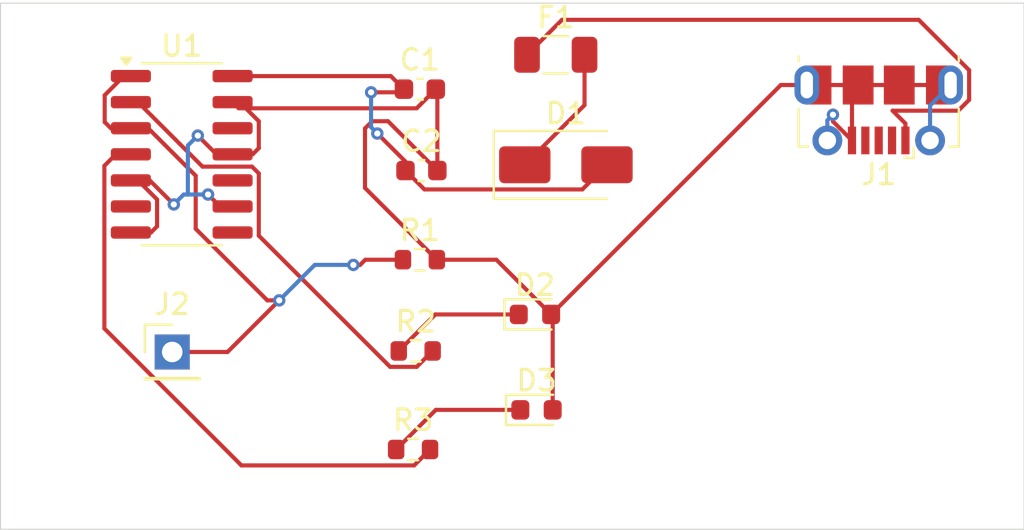
<source format=kicad_pcb>
(kicad_pcb (version 20240108) (generator "pcbnew") (generator_version "8.0")
  (layers (0 "F.Cu" signal) (31 "B.Cu" signal) (34 "B.Paste" user) (35 "F.Paste" user) (36 "B.SilkS" user "B.Silkscreen") (37 "F.SilkS" user "F.Silkscreen") (38 "B.Mask" user) (39 "F.Mask" user) (44 "Edge.Cuts" user))
  (net 0 "")
  (net 1 "/+5V")
  (net 2 "/GND")
  (net 3 "Net-(D1-K)")
  (net 4 "Net-(D2-K)")
  (net 5 "Net-(D3-K)")
  (net 6 "Net-(J1-VBUS)")
  (net 10 "Net-(J2-Pin_1)")
  (net 11 "Net-(R2-Pad2)")
  (net 12 "Net-(R3-Pad2)")
  (footprint "Resistor_SMD:R_0603_1608Metric" (layer "F.Cu") (at 56.4266 35.7632)
    (property "Reference" "R1" (at 0 -1.43 0) (layer "F.SilkS"))
    (property "Value" "10kΩ")
    (fp_line (start -0.237258 -0.5225) (end 0.237258 -0.5225) (stroke (width 0.12)) (layer "F.SilkS"))
    (fp_line (start -0.237258 0.5225) (end 0.237258 0.5225) (stroke (width 0.12)) (layer "F.SilkS"))
    (pad "1" smd roundrect (at -0.825 0) (size 0.8 0.95) (layers "F.Cu" "F.Paste" "F.Mask") (net 10 "Net-(J2-Pin_1)"))
    (pad "2" smd roundrect (at 0.825 0) (size 0.8 0.95) (layers "F.Cu" "F.Paste" "F.Mask") (net 2 "/GND"))
  )
  (footprint "Fuse:Fuse_1206_3216Metric" (layer "F.Cu") (at 63.0398 25.781)
    (property "Reference" "F1" (at 0 -1.82 0) (layer "F.SilkS"))
    (property "Value" "500mA-1A")
    (fp_line (start -0.602064 -0.91) (end 0.602064 -0.91) (stroke (width 0.12)) (layer "F.SilkS"))
    (fp_line (start -0.602064 0.91) (end 0.602064 0.91) (stroke (width 0.12)) (layer "F.SilkS"))
    (pad "1" smd roundrect (at -1.4 0) (size 1.25 1.75) (layers "F.Cu" "F.Paste" "F.Mask") (roundrect_rratio 0.2) (net 6 "Net-(J1-VBUS)"))
    (pad "2" smd roundrect (at 1.4 0) (size 1.25 1.75) (layers "F.Cu" "F.Paste" "F.Mask") (roundrect_rratio 0.2) (net 3 "Net-(D1-K)"))
  )
  (footprint "Connector_PinHeader_2.54mm:PinHeader_1x01_P2.54mm_Vertical" (layer "F.Cu") (at 44.3738 40.259)
    (property "Reference" "J2" (at 0 -2.33 0) (layer "F.SilkS"))
    (property "Value" "Conn_01x01")
    (fp_line (start -1.33 -1.33) (end 0 -1.33) (stroke (width 0.12)) (layer "F.SilkS"))
    (fp_line (start -1.33 0) (end -1.33 -1.33) (stroke (width 0.12)) (layer "F.SilkS"))
    (fp_line (start -1.33 1.27) (end -1.33 1.33) (stroke (width 0.12)) (layer "F.SilkS"))
    (fp_line (start -1.33 1.27) (end 1.33 1.27) (stroke (width 0.12)) (layer "F.SilkS"))
    (fp_line (start -1.33 1.33) (end 1.33 1.33) (stroke (width 0.12)) (layer "F.SilkS"))
    (fp_line (start 1.33 1.27) (end 1.33 1.33) (stroke (width 0.12)) (layer "F.SilkS"))
    (pad "1" thru_hole rect (at 0 0) (size 1.7 1.7) (drill 1) (layers "*.Cu" "*.Mask") (net 10 "Net-(J2-Pin_1)"))
  )
  (footprint "Diode_SMD:D_SMA" (layer "F.Cu") (at 63.532 31.1404)
    (property "Reference" "D1" (at 0 -2.5 0) (layer "F.SilkS"))
    (property "Value" "SS14")
    (fp_line (start -3.51 -1.65) (end -3.51 1.65) (stroke (width 0.12)) (layer "F.SilkS"))
    (fp_line (start -3.51 -1.65) (end 2 -1.65) (stroke (width 0.12)) (layer "F.SilkS"))
    (fp_line (start -3.51 1.65) (end 2 1.65) (stroke (width 0.12)) (layer "F.SilkS"))
    (pad "1" smd roundrect (at -2 0) (size 2.5 1.8) (layers "F.Cu" "F.Paste" "F.Mask") (roundrect_rratio 0.1388888889) (net 3 "Net-(D1-K)"))
    (pad "2" smd roundrect (at 2 0) (size 2.5 1.8) (layers "F.Cu" "F.Paste" "F.Mask") (roundrect_rratio 0.1388888889) (net 1 "/+5V"))
  )
  (footprint "Package_SO:SOIC-14_3.9x8.7mm_P1.27mm" (layer "F.Cu") (at 44.837 30.6296)
    (property "Reference" "U1" (at 0 -5.28 0) (layer "F.SilkS"))
    (property "Value" "74HC14")
    (fp_line (start 0 -4.435) (end -1.95 -4.435) (stroke (width 0.12)) (layer "F.SilkS"))
    (fp_line (start 0 -4.435) (end 1.95 -4.435) (stroke (width 0.12)) (layer "F.SilkS"))
    (fp_line (start 0 4.435) (end -1.95 4.435) (stroke (width 0.12)) (layer "F.SilkS"))
    (fp_line (start 0 4.435) (end 1.95 4.435) (stroke (width 0.12)) (layer "F.SilkS"))
    (fp_poly (pts (xy -2.7 -4.37) (xy -2.94 -4.7) (xy -2.46 -4.7) (xy -2.7 -4.37)) (stroke (width 0.12)) (fill solid) (layer "F.SilkS"))
    (pad "1" smd roundrect (at -2.475 -3.81) (size 1.95 0.6) (layers "F.Cu" "F.Paste" "F.Mask") (net 10 "Net-(J2-Pin_1)"))
    (pad "2" smd roundrect (at -2.475 -2.54) (size 1.95 0.6) (layers "F.Cu" "F.Paste" "F.Mask") (net 11 "Net-(R2-Pad2)"))
    (pad "3" smd roundrect (at -2.475 -1.27) (size 1.95 0.6) (layers "F.Cu" "F.Paste" "F.Mask") (net 10 "Net-(J2-Pin_1)"))
    (pad "4" smd roundrect (at -2.475 0) (size 1.95 0.6) (layers "F.Cu" "F.Paste" "F.Mask") (net 12 "Net-(R3-Pad2)"))
    (pad "5" smd roundrect (at -2.475 1.27) (size 1.95 0.6) (layers "F.Cu" "F.Paste" "F.Mask") (net 2 "/GND"))
    (pad "6" smd roundrect (at -2.475 2.54) (size 1.95 0.6) (layers "F.Cu" "F.Paste" "F.Mask"))
    (pad "7" smd roundrect (at -2.475 3.81) (size 1.95 0.6) (layers "F.Cu" "F.Paste" "F.Mask") (net 2 "/GND"))
    (pad "8" smd roundrect (at 2.475 3.81) (size 1.95 0.6) (layers "F.Cu" "F.Paste" "F.Mask"))
    (pad "9" smd roundrect (at 2.475 2.54) (size 1.95 0.6) (layers "F.Cu" "F.Paste" "F.Mask") (net 2 "/GND"))
    (pad "10" smd roundrect (at 2.475 1.27) (size 1.95 0.6) (layers "F.Cu" "F.Paste" "F.Mask"))
    (pad "11" smd roundrect (at 2.475 0) (size 1.95 0.6) (layers "F.Cu" "F.Paste" "F.Mask") (net 2 "/GND"))
    (pad "12" smd roundrect (at 2.475 -1.27) (size 1.95 0.6) (layers "F.Cu" "F.Paste" "F.Mask"))
    (pad "13" smd roundrect (at 2.475 -2.54) (size 1.95 0.6) (layers "F.Cu" "F.Paste" "F.Mask") (net 2 "/GND"))
    (pad "14" smd roundrect (at 2.475 -3.81) (size 1.95 0.6) (layers "F.Cu" "F.Paste" "F.Mask") (net 1 "/+5V"))
  )
  (footprint "Capacitor_SMD:C_0603_1608Metric" (layer "F.Cu") (at 56.4258 27.4574)
    (property "Reference" "C1" (at 0 -1.43 0) (layer "F.SilkS"))
    (property "Value" "10µF")
    (fp_line (start -0.14058 -0.51) (end 0.14058 -0.51) (stroke (width 0.12)) (layer "F.SilkS"))
    (fp_line (start -0.14058 0.51) (end 0.14058 0.51) (stroke (width 0.12)) (layer "F.SilkS"))
    (pad "1" smd roundrect (at -0.775 0) (size 0.9 0.95) (layers "F.Cu" "F.Paste" "F.Mask") (net 1 "/+5V"))
    (pad "2" smd roundrect (at 0.775 0) (size 0.9 0.95) (layers "F.Cu" "F.Paste" "F.Mask") (net 2 "/GND"))
  )
  (footprint "Capacitor_SMD:C_0603_1608Metric" (layer "F.Cu") (at 56.502 31.4198)
    (property "Reference" "C2" (at 0 -1.43 0) (layer "F.SilkS"))
    (property "Value" "0.1µF")
    (fp_line (start -0.14058 -0.51) (end 0.14058 -0.51) (stroke (width 0.12)) (layer "F.SilkS"))
    (fp_line (start -0.14058 0.51) (end 0.14058 0.51) (stroke (width 0.12)) (layer "F.SilkS"))
    (pad "1" smd roundrect (at -0.775 0) (size 0.9 0.95) (layers "F.Cu" "F.Paste" "F.Mask") (net 1 "/+5V"))
    (pad "2" smd roundrect (at 0.775 0) (size 0.9 0.95) (layers "F.Cu" "F.Paste" "F.Mask") (net 2 "/GND"))
  )
  (footprint "Resistor_SMD:R_0603_1608Metric" (layer "F.Cu") (at 56.0964 45.0088)
    (property "Reference" "R3" (at 0 -1.43 0) (layer "F.SilkS"))
    (property "Value" "220Ω")
    (fp_line (start -0.237258 -0.5225) (end 0.237258 -0.5225) (stroke (width 0.12)) (layer "F.SilkS"))
    (fp_line (start -0.237258 0.5225) (end 0.237258 0.5225) (stroke (width 0.12)) (layer "F.SilkS"))
    (pad "1" smd roundrect (at -0.825 0) (size 0.8 0.95) (layers "F.Cu" "F.Paste" "F.Mask") (net 5 "Net-(D3-K)"))
    (pad "2" smd roundrect (at 0.825 0) (size 0.8 0.95) (layers "F.Cu" "F.Paste" "F.Mask") (net 12 "Net-(R3-Pad2)"))
  )
  (footprint "Resistor_SMD:R_0603_1608Metric" (layer "F.Cu") (at 56.2234 40.2082)
    (property "Reference" "R2" (at 0 -1.43 0) (layer "F.SilkS"))
    (property "Value" "220Ω")
    (fp_line (start -0.237258 -0.5225) (end 0.237258 -0.5225) (stroke (width 0.12)) (layer "F.SilkS"))
    (fp_line (start -0.237258 0.5225) (end 0.237258 0.5225) (stroke (width 0.12)) (layer "F.SilkS"))
    (pad "1" smd roundrect (at -0.825 0) (size 0.8 0.95) (layers "F.Cu" "F.Paste" "F.Mask") (net 4 "Net-(D2-K)"))
    (pad "2" smd roundrect (at 0.825 0) (size 0.8 0.95) (layers "F.Cu" "F.Paste" "F.Mask") (net 11 "Net-(R2-Pad2)"))
  )
  (footprint "LED_SMD:LED_0603_1608Metric" (layer "F.Cu") (at 62.1029 43.0784)
    (property "Reference" "D3" (at 0 -1.43 0) (layer "F.SilkS"))
    (property "Value" "LED")
    (fp_line (start -1.485 -0.735) (end -1.485 0.735) (stroke (width 0.12)) (layer "F.SilkS"))
    (fp_line (start -1.485 0.735) (end 0.8 0.735) (stroke (width 0.12)) (layer "F.SilkS"))
    (fp_line (start 0.8 -0.735) (end -1.485 -0.735) (stroke (width 0.12)) (layer "F.SilkS"))
    (pad "1" smd roundrect (at -0.7875 0) (size 0.875 0.95) (layers "F.Cu" "F.Paste" "F.Mask") (net 5 "Net-(D3-K)"))
    (pad "2" smd roundrect (at 0.7875 0) (size 0.875 0.95) (layers "F.Cu" "F.Paste" "F.Mask") (net 2 "/GND"))
  )
  (footprint "LED_SMD:LED_0603_1608Metric" (layer "F.Cu") (at 62.0267 38.4302)
    (property "Reference" "D2" (at 0 -1.43 0) (layer "F.SilkS"))
    (property "Value" "LED")
    (fp_line (start -1.485 -0.735) (end -1.485 0.735) (stroke (width 0.12)) (layer "F.SilkS"))
    (fp_line (start -1.485 0.735) (end 0.8 0.735) (stroke (width 0.12)) (layer "F.SilkS"))
    (fp_line (start 0.8 -0.735) (end -1.485 -0.735) (stroke (width 0.12)) (layer "F.SilkS"))
    (pad "1" smd roundrect (at -0.7875 0) (size 0.875 0.95) (layers "F.Cu" "F.Paste" "F.Mask") (net 4 "Net-(D2-K)"))
    (pad "2" smd roundrect (at 0.7875 0) (size 0.875 0.95) (layers "F.Cu" "F.Paste" "F.Mask") (net 2 "/GND"))
  )
  (footprint "Connector_USB:USB_Micro-B_Molex-105017-0001" (layer "F.Cu") (at 78.756 28.4917 180)
    (property "Reference" "J1" (at 0 -3.1125 360) (layer "F.SilkS"))
    (property "Value" "USB_B_Micro")
    (fp_line (start 3.9 2.6375) (end 3.9 2.3875) (stroke (width 0.12)) (layer "F.SilkS"))
    (fp_line (start 3.9 0.0875) (end 3.9 -1.7625) (stroke (width 0.12)) (layer "F.SilkS"))
    (fp_line (start 3.9 -1.7625) (end 3.45 -1.7625) (stroke (width 0.12)) (layer "F.SilkS"))
    (fp_line (start -1.7 -2.3125) (end -1.25 -2.3125) (stroke (width 0.12)) (layer "F.SilkS"))
    (fp_line (start -1.7 -2.3125) (end -1.7 -1.8625) (stroke (width 0.12)) (layer "F.SilkS"))
    (fp_line (start -3.9 2.6375) (end -3.9 2.3875) (stroke (width 0.12)) (layer "F.SilkS"))
    (fp_line (start -3.9 0.0875) (end -3.9 -1.7625) (stroke (width 0.12)) (layer "F.SilkS"))
    (fp_line (start -3.9 -1.7625) (end -3.45 -1.7625) (stroke (width 0.12)) (layer "F.SilkS"))
    (pad "1" smd rect (at -1.3 -1.4625 180) (size 0.4 1.35) (layers "F.Cu" "F.Paste" "F.Mask") (net 6 "Net-(J1-VBUS)"))
    (pad "2" smd rect (at -0.65 -1.4625 180) (size 0.4 1.35) (layers "F.Cu" "F.Paste" "F.Mask"))
    (pad "3" smd rect (at 0 -1.4625 180) (size 0.4 1.35) (layers "F.Cu" "F.Paste" "F.Mask"))
    (pad "4" smd rect (at 0.65 -1.4625 180) (size 0.4 1.35) (layers "F.Cu" "F.Paste" "F.Mask"))
    (pad "5" smd rect (at 1.3 -1.4625 180) (size 0.4 1.35) (layers "F.Cu" "F.Paste" "F.Mask") (net 2 "/GND"))
    (pad "6" thru_hole oval (at -3.5 1.2375) (size 1.2 1.9) (drill oval 0.6 1.3) (layers "*.Cu" "*.Mask") (net 2 "/GND"))
    (pad "6" smd rect (at -2.9 1.2375 180) (size 1.2 1.9) (layers "F.Cu" "F.Mask") (net 2 "/GND"))
    (pad "6" thru_hole circle (at -2.5 -1.4625 180) (size 1.45 1.45) (drill 0.85) (layers "*.Cu" "*.Mask") (net 2 "/GND"))
    (pad "6" smd rect (at -1 1.2375 180) (size 1.5 1.9) (layers "F.Cu" "F.Paste" "F.Mask") (net 2 "/GND"))
    (pad "6" smd rect (at 1 1.2375 180) (size 1.5 1.9) (layers "F.Cu" "F.Paste" "F.Mask") (net 2 "/GND"))
    (pad "6" thru_hole circle (at 2.5 -1.4625 180) (size 1.45 1.45) (drill 0.85) (layers "*.Cu" "*.Mask") (net 2 "/GND"))
    (pad "6" smd rect (at 2.9 1.2375 180) (size 1.2 1.9) (layers "F.Cu" "F.Mask") (net 2 "/GND"))
    (pad "6" thru_hole oval (at 3.5 1.2375 180) (size 1.2 1.9) (drill oval 0.6 1.3) (layers "*.Cu" "*.Mask") (net 2 "/GND"))
  )
  (gr_rect (start 36.0172 23.2664) (end 85.8266 48.895) (stroke (width 0.05)) (fill none) (layer "Edge.Cuts"))
  (segment (start 54.0512 27.6098) (end 55.4984 27.6098) (width 0.2) (layer "F.Cu") (net 1))
  (segment (start 65.532 31.1404) (end 64.332 32.3404) (width 0.2) (layer "F.Cu") (net 1))
  (segment (start 55.727 31.4198) (end 55.727 30.9874) (width 0.2) (layer "F.Cu") (net 1))
  (segment (start 55.013 26.8196) (end 55.6508 27.4574) (width 0.2) (layer "F.Cu") (net 1))
  (segment (start 47.312 26.8196) (end 55.013 26.8196) (width 0.2) (layer "F.Cu") (net 1))
  (segment (start 55.727 30.9874) (end 54.356 29.6164) (width 0.2) (layer "F.Cu") (net 1))
  (segment (start 56.6476 32.3404) (end 55.727 31.4198) (width 0.2) (layer "F.Cu") (net 1))
  (segment (start 64.332 32.3404) (end 56.6476 32.3404) (width 0.2) (layer "F.Cu") (net 1))
  (segment (start 55.4984 27.6098) (end 55.6508 27.4574) (width 0.2) (layer "F.Cu") (net 1))
  (via (at 54.0512 27.6098) (size 0.6) (drill 0.3) (layers "F.Cu" "B.Cu") (net 1))
  (via (at 54.356 29.6164) (size 0.6) (drill 0.3) (layers "F.Cu" "B.Cu") (net 1))
  (segment (start 54.356 29.6164) (end 54.0512 29.3116) (width 0.2) (layer "B.Cu") (net 1))
  (segment (start 54.0512 29.3116) (end 54.0512 27.6098) (width 0.2) (layer "B.Cu") (net 1))
  (segment (start 47.657552 28.0896) (end 47.312 28.0896) (width 0.2) (layer "F.Cu") (net 2))
  (segment (start 53.756 29.367871) (end 54.107471 29.0164) (width 0.2) (layer "F.Cu") (net 2))
  (segment (start 53.756 32.2676) (end 53.756 29.367871) (width 0.2) (layer "F.Cu") (net 2))
  (segment (start 54.8736 29.0164) (end 57.277 31.4198) (width 0.2) (layer "F.Cu") (net 2))
  (segment (start 43.2788 31.8996) (end 42.362 31.8996) (width 0.2) (layer "F.Cu") (net 2))
  (segment (start 43.637 32.829048) (end 42.707552 31.8996) (width 0.2) (layer "F.Cu") (net 2))
  (segment (start 48.587 29.019048) (end 47.657552 28.0896) (width 0.2) (layer "F.Cu") (net 2))
  (segment (start 46.53 30.6296) (end 47.312 30.6296) (width 0.2) (layer "F.Cu") (net 2))
  (segment (start 77.456 27.5542) (end 77.756 27.2542) (width 0.2) (layer "F.Cu") (net 2))
  (segment (start 62.8142 38.4302) (end 73.9902 27.2542) (width 0.2) (layer "F.Cu") (net 2))
  (segment (start 43.336999 34.4396) (end 43.637 34.139599) (width 0.2) (layer "F.Cu") (net 2))
  (segment (start 57.2516 35.7632) (end 53.756 32.2676) (width 0.2) (layer "F.Cu") (net 2))
  (segment (start 46.6982 33.1696) (end 46.1168 32.5882) (width 0.2) (layer "F.Cu") (net 2))
  (segment (start 48.587 30.329599) (end 48.587 29.019048) (width 0.2) (layer "F.Cu") (net 2))
  (segment (start 62.8142 38.4302) (end 60.1472 35.7632) (width 0.2) (layer "F.Cu") (net 2))
  (segment (start 42.362 34.4396) (end 43.336999 34.4396) (width 0.2) (layer "F.Cu") (net 2))
  (segment (start 76.5302 29.0284) (end 77.456 29.9542) (width 0.2) (layer "F.Cu") (net 2))
  (segment (start 47.611999 28.389599) (end 56.268601 28.389599) (width 0.2) (layer "F.Cu") (net 2))
  (segment (start 60.1472 35.7632) (end 57.2516 35.7632) (width 0.2) (layer "F.Cu") (net 2))
  (segment (start 79.756 27.2542) (end 81.656 27.2542) (width 0.2) (layer "F.Cu") (net 2))
  (segment (start 45.6184 29.718) (end 46.53 30.6296) (width 0.2) (layer "F.Cu") (net 2))
  (segment (start 47.312 30.6296) (end 48.286999 30.6296) (width 0.2) (layer "F.Cu") (net 2))
  (segment (start 76.5302 28.702) (end 76.5302 29.0284) (width 0.2) (layer "F.Cu") (net 2))
  (segment (start 54.107471 29.0164) (end 54.8736 29.0164) (width 0.2) (layer "F.Cu") (net 2))
  (segment (start 79.756 27.2542) (end 77.756 27.2542) (width 0.2) (layer "F.Cu") (net 2))
  (segment (start 57.277 27.5336) (end 57.2008 27.4574) (width 0.2) (layer "F.Cu") (net 2))
  (segment (start 73.9902 27.2542) (end 75.856 27.2542) (width 0.2) (layer "F.Cu") (net 2))
  (segment (start 57.277 31.4198) (end 57.277 27.5336) (width 0.2) (layer "F.Cu") (net 2))
  (segment (start 47.312 33.1696) (end 46.6982 33.1696) (width 0.2) (layer "F.Cu") (net 2))
  (segment (start 47.312 28.0896) (end 47.611999 28.389599) (width 0.2) (layer "F.Cu") (net 2))
  (segment (start 77.756 27.2542) (end 75.856 27.2542) (width 0.2) (layer "F.Cu") (net 2))
  (segment (start 44.45 33.0708) (end 43.2788 31.8996) (width 0.2) (layer "F.Cu") (net 2))
  (segment (start 48.286999 30.6296) (end 48.587 30.329599) (width 0.2) (layer "F.Cu") (net 2))
  (segment (start 56.268601 28.389599) (end 57.2008 27.4574) (width 0.2) (layer "F.Cu") (net 2))
  (segment (start 42.707552 31.8996) (end 42.362 31.8996) (width 0.2) (layer "F.Cu") (net 2))
  (segment (start 62.8904 38.5064) (end 62.8142 38.4302) (width 0.2) (layer "F.Cu") (net 2))
  (segment (start 62.8904 43.0784) (end 62.8904 38.5064) (width 0.2) (layer "F.Cu") (net 2))
  (segment (start 77.456 29.9542) (end 77.456 27.5542) (width 0.2) (layer "F.Cu") (net 2))
  (segment (start 43.637 34.139599) (end 43.637 32.829048) (width 0.2) (layer "F.Cu") (net 2))
  (via (at 46.1168 32.5882) (size 0.6) (drill 0.3) (layers "F.Cu" "B.Cu") (net 2))
  (via (at 76.5302 28.702) (size 0.6) (drill 0.3) (layers "F.Cu" "B.Cu") (net 2))
  (via (at 45.6184 29.718) (size 0.6) (drill 0.3) (layers "F.Cu" "B.Cu") (net 2))
  (via (at 44.45 33.0708) (size 0.6) (drill 0.3) (layers "F.Cu" "B.Cu") (net 2))
  (segment (start 45.1358 30.2006) (end 45.6184 29.718) (width 0.2) (layer "B.Cu") (net 2))
  (segment (start 76.256 28.9762) (end 76.5302 28.702) (width 0.2) (layer "B.Cu") (net 2))
  (segment (start 81.256 28.2542) (end 82.256 27.2542) (width 0.2) (layer "B.Cu") (net 2))
  (segment (start 45.1358 32.5882) (end 44.9326 32.5882) (width 0.2) (layer "B.Cu") (net 2))
  (segment (start 76.256 29.9542) (end 76.256 28.9762) (width 0.2) (layer "B.Cu") (net 2))
  (segment (start 46.1168 32.5882) (end 45.1358 32.5882) (width 0.2) (layer "B.Cu") (net 2))
  (segment (start 81.256 29.9542) (end 81.256 28.2542) (width 0.2) (layer "B.Cu") (net 2))
  (segment (start 44.9326 32.5882) (end 44.45 33.0708) (width 0.2) (layer "B.Cu") (net 2))
  (segment (start 45.1358 32.5882) (end 45.1358 30.2006) (width 0.2) (layer "B.Cu") (net 2))
  (segment (start 64.4398 25.781) (end 64.4398 28.2326) (width 0.2) (layer "F.Cu") (net 3))
  (segment (start 64.4398 28.2326) (end 61.532 31.1404) (width 0.2) (layer "F.Cu") (net 3))
  (segment (start 57.1764 38.4302) (end 55.3984 40.2082) (width 0.2) (layer "F.Cu") (net 4))
  (segment (start 61.2392 38.4302) (end 57.1764 38.4302) (width 0.2) (layer "F.Cu") (net 4))
  (segment (start 61.3154 43.0784) (end 57.2018 43.0784) (width 0.2) (layer "F.Cu") (net 5))
  (segment (start 57.2018 43.0784) (end 55.2714 45.0088) (width 0.2) (layer "F.Cu") (net 5))
  (segment (start 83.156 27.976992) (end 83.156 26.531408) (width 0.2) (layer "F.Cu") (net 6))
  (segment (start 63.3416 24.0792) (end 61.6398 25.781) (width 0.2) (layer "F.Cu") (net 6))
  (segment (start 79.431 28.5042) (end 82.628792 28.5042) (width 0.2) (layer "F.Cu") (net 6))
  (segment (start 82.628792 28.5042) (end 83.156 27.976992) (width 0.2) (layer "F.Cu") (net 6))
  (segment (start 80.056 29.1292) (end 79.431 28.5042) (width 0.2) (layer "F.Cu") (net 6))
  (segment (start 83.156 26.531408) (end 80.703792 24.0792) (width 0.2) (layer "F.Cu") (net 6))
  (segment (start 80.703792 24.0792) (end 63.3416 24.0792) (width 0.2) (layer "F.Cu") (net 6))
  (segment (start 80.056 29.9542) (end 80.056 29.1292) (width 0.2) (layer "F.Cu") (net 6))
  (segment (start 53.1876 36.0172) (end 53.5178 36.0172) (width 0.2) (layer "F.Cu") (net 10))
  (segment (start 49.001248 37.7444) (end 45.5168 34.259952) (width 0.2) (layer "F.Cu") (net 10))
  (segment (start 43.2026 29.3596) (end 42.362 29.3596) (width 0.2) (layer "F.Cu") (net 10))
  (segment (start 42.362 26.8196) (end 42.016448 26.8196) (width 0.2) (layer "F.Cu") (net 10))
  (segment (start 47.0662 40.259) (end 49.5808 37.7444) (width 0.2) (layer "F.Cu") (net 10))
  (segment (start 45.5168 34.259952) (end 45.5168 31.6738) (width 0.2) (layer "F.Cu") (net 10))
  (segment (start 41.087 27.749048) (end 41.087 29.059599) (width 0.2) (layer "F.Cu") (net 10))
  (segment (start 53.5178 36.0172) (end 53.7718 35.7632) (width 0.2) (layer "F.Cu") (net 10))
  (segment (start 41.387001 29.3596) (end 42.362 29.3596) (width 0.2) (layer "F.Cu") (net 10))
  (segment (start 53.7718 35.7632) (end 55.6016 35.7632) (width 0.2) (layer "F.Cu") (net 10))
  (segment (start 49.5808 37.7444) (end 49.001248 37.7444) (width 0.2) (layer "F.Cu") (net 10))
  (segment (start 42.016448 26.8196) (end 41.087 27.749048) (width 0.2) (layer "F.Cu") (net 10))
  (segment (start 44.3738 40.259) (end 47.0662 40.259) (width 0.2) (layer "F.Cu") (net 10))
  (segment (start 45.5168 31.6738) (end 43.2026 29.3596) (width 0.2) (layer "F.Cu") (net 10))
  (segment (start 41.087 29.059599) (end 41.387001 29.3596) (width 0.2) (layer "F.Cu") (net 10))
  (via (at 53.1876 36.0172) (size 0.6) (drill 0.3) (layers "F.Cu" "B.Cu") (net 10))
  (via (at 49.5808 37.7444) (size 0.6) (drill 0.3) (layers "F.Cu" "B.Cu") (net 10))
  (segment (start 51.308 36.0172) (end 53.1876 36.0172) (width 0.2) (layer "B.Cu") (net 10))
  (segment (start 49.5808 37.7444) (end 51.308 36.0172) (width 0.2) (layer "B.Cu") (net 10))
  (segment (start 48.257552 31.2296) (end 45.847552 31.2296) (width 0.2) (layer "F.Cu") (net 11))
  (segment (start 57.0484 40.2082) (end 56.2734 40.9832) (width 0.2) (layer "F.Cu") (net 11))
  (segment (start 54.9786 40.9832) (end 48.587 34.5916) (width 0.2) (layer "F.Cu") (net 11))
  (segment (start 56.2734 40.9832) (end 54.9786 40.9832) (width 0.2) (layer "F.Cu") (net 11))
  (segment (start 42.707552 28.0896) (end 42.362 28.0896) (width 0.2) (layer "F.Cu") (net 11))
  (segment (start 48.587 34.5916) (end 48.587 31.559048) (width 0.2) (layer "F.Cu") (net 11))
  (segment (start 45.847552 31.2296) (end 42.707552 28.0896) (width 0.2) (layer "F.Cu") (net 11))
  (segment (start 48.587 31.559048) (end 48.257552 31.2296) (width 0.2) (layer "F.Cu") (net 11))
  (segment (start 41.0718 31.1912) (end 41.6334 30.6296) (width 0.2) (layer "F.Cu") (net 12))
  (segment (start 47.7396 45.7838) (end 41.0718 39.116) (width 0.2) (layer "F.Cu") (net 12))
  (segment (start 56.9214 45.0088) (end 56.1464 45.7838) (width 0.2) (layer "F.Cu") (net 12))
  (segment (start 41.6334 30.6296) (end 42.362 30.6296) (width 0.2) (layer "F.Cu") (net 12))
  (segment (start 56.1464 45.7838) (end 47.7396 45.7838) (width 0.2) (layer "F.Cu") (net 12))
  (segment (start 41.0718 39.116) (end 41.0718 31.1912) (width 0.2) (layer "F.Cu") (net 12))
)
</source>
